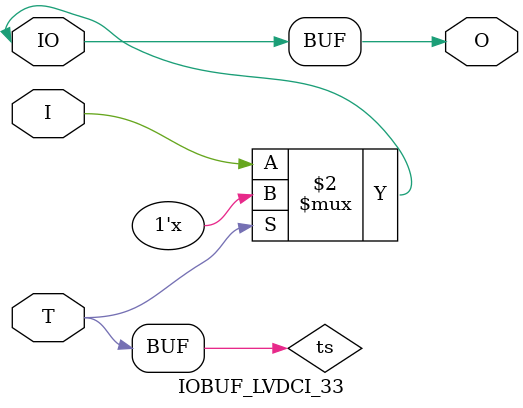
<source format=v>

/*

FUNCTION	: INPUT TRI-STATE OUTPUT BUFFER

*/

`celldefine
`timescale  100 ps / 10 ps

module IOBUF_LVDCI_33 (O, IO, I, T);

    output O;

    inout  IO;

    input  I, T;

    or O1 (ts, 1'b0, T);
    bufif0 T1 (IO, I, ts);

    buf B1 (O, IO);

endmodule

</source>
